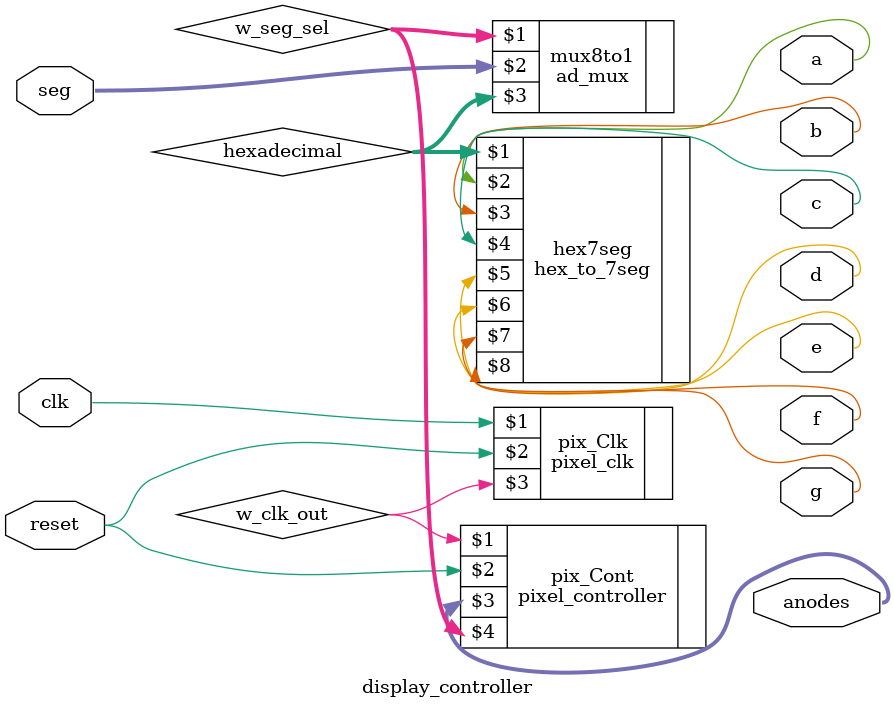
<source format=v>
`timescale 1ns / 1ps
/****************************************************************************
*    File Name:     Display_Controller.v
*    Project:       Lab Project 6: Integer Data Path
*    Designers:     Houssem Eddin Loudhabachi and Jose Sotelo
*    Emails:        jsotelo235@gmail.com and hloudhabachi@gmail.com 
*    Rev. Date:     April. 9, 2017
*
*    Purpose:	     The Display Controller selects which anode should be
*                   turned on due to the fact that only one can be on at a time.
*                   It also controls the clock frequency of the display.
*                   For this reason, there's no needed to instantiate
*                   a clock divider in the top module. 
*         
*    Notes:		This module instantiates the pixel controller module,
*                   pixel controller module, ad_mux, and the hex_to7Segment
*                   module
*
 ****************************************************************************/
module display_controller(clk, reset, seg, anodes, a, b, c, d, e, f, g);

   // IO Declarations
	input               clk, reset;
	input     [31:0]    seg;
	output    [7:0]     anodes;
	output		 	a, b, c, d, e, f, g;

   // wires 
	wire			     w_clk_out;
	wire      [2:0]     w_seg_sel;
	wire      [3:0]     hexadecimal;


     //***********************************
     //   Pixel Clock Instantiation
     //***********************************
	  
	pixel_clk pix_Clk(clk, reset, w_clk_out);

     //***********************************
     //   Pixel Controller Instantiation
     //***********************************
	  
	pixel_controller pix_Cont(w_clk_out, reset, anodes, w_seg_sel);

     //***********************************
     //   8-to-1 Mux Instantiation
     //***********************************
	ad_mux mux8to1(w_seg_sel, seg, hexadecimal);

     //**********************************************
     //   Hex to 7 Segment Display Mux Instantiation
     //**********************************************
	hex_to_7seg hex7seg(hexadecimal, a, b, c, d, e, f, g);

endmodule

</source>
